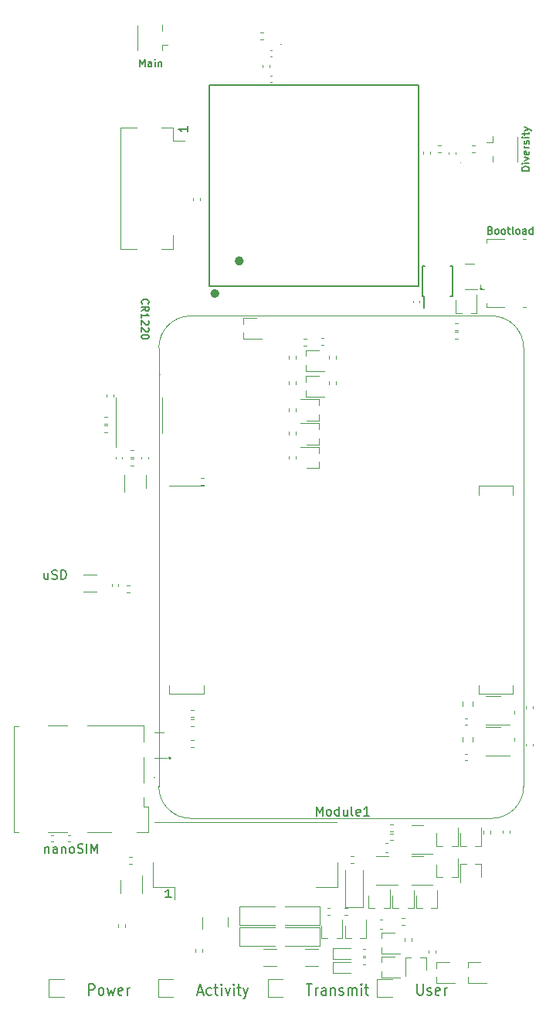
<source format=gto>
%TF.GenerationSoftware,KiCad,Pcbnew,7.99.0-1.20230926git54171ec.fc37*%
%TF.CreationDate,2023-10-10T15:30:00+01:00*%
%TF.ProjectId,bugg-main-r5,62756767-2d6d-4616-996e-2d72352e6b69,rev?*%
%TF.SameCoordinates,Original*%
%TF.FileFunction,Legend,Top*%
%TF.FilePolarity,Positive*%
%FSLAX46Y46*%
G04 Gerber Fmt 4.6, Leading zero omitted, Abs format (unit mm)*
G04 Created by KiCad (PCBNEW 7.99.0-1.20230926git54171ec.fc37) date 2023-10-10 15:30:00*
%MOMM*%
%LPD*%
G01*
G04 APERTURE LIST*
%ADD10C,0.475000*%
%ADD11C,0.200000*%
%ADD12C,0.150000*%
%ADD13C,0.120000*%
%ADD14C,0.127000*%
%ADD15C,0.508000*%
%ADD16C,0.100000*%
G04 APERTURE END LIST*
D10*
X-6612500Y29950000D02*
G75*
G02*
X-6612500Y29950000I-237500J0D01*
G01*
D11*
X-11700000Y-20900000D02*
G75*
G02*
X-11700000Y-20900000I-100000J0D01*
G01*
X22450000Y30450000D02*
G75*
G02*
X22450000Y30450000I-100000J0D01*
G01*
X15343482Y-45644742D02*
X15343482Y-46616171D01*
X15343482Y-46616171D02*
X15395863Y-46730457D01*
X15395863Y-46730457D02*
X15448244Y-46787600D01*
X15448244Y-46787600D02*
X15553006Y-46844742D01*
X15553006Y-46844742D02*
X15762530Y-46844742D01*
X15762530Y-46844742D02*
X15867292Y-46787600D01*
X15867292Y-46787600D02*
X15919673Y-46730457D01*
X15919673Y-46730457D02*
X15972054Y-46616171D01*
X15972054Y-46616171D02*
X15972054Y-45644742D01*
X16443482Y-46787600D02*
X16548244Y-46844742D01*
X16548244Y-46844742D02*
X16757768Y-46844742D01*
X16757768Y-46844742D02*
X16862530Y-46787600D01*
X16862530Y-46787600D02*
X16914911Y-46673314D01*
X16914911Y-46673314D02*
X16914911Y-46616171D01*
X16914911Y-46616171D02*
X16862530Y-46501885D01*
X16862530Y-46501885D02*
X16757768Y-46444742D01*
X16757768Y-46444742D02*
X16600625Y-46444742D01*
X16600625Y-46444742D02*
X16495863Y-46387600D01*
X16495863Y-46387600D02*
X16443482Y-46273314D01*
X16443482Y-46273314D02*
X16443482Y-46216171D01*
X16443482Y-46216171D02*
X16495863Y-46101885D01*
X16495863Y-46101885D02*
X16600625Y-46044742D01*
X16600625Y-46044742D02*
X16757768Y-46044742D01*
X16757768Y-46044742D02*
X16862530Y-46101885D01*
X17805387Y-46787600D02*
X17700625Y-46844742D01*
X17700625Y-46844742D02*
X17491101Y-46844742D01*
X17491101Y-46844742D02*
X17386339Y-46787600D01*
X17386339Y-46787600D02*
X17333958Y-46673314D01*
X17333958Y-46673314D02*
X17333958Y-46216171D01*
X17333958Y-46216171D02*
X17386339Y-46101885D01*
X17386339Y-46101885D02*
X17491101Y-46044742D01*
X17491101Y-46044742D02*
X17700625Y-46044742D01*
X17700625Y-46044742D02*
X17805387Y-46101885D01*
X17805387Y-46101885D02*
X17857768Y-46216171D01*
X17857768Y-46216171D02*
X17857768Y-46330457D01*
X17857768Y-46330457D02*
X17333958Y-46444742D01*
X18329196Y-46844742D02*
X18329196Y-46044742D01*
X18329196Y-46273314D02*
X18381577Y-46159028D01*
X18381577Y-46159028D02*
X18433958Y-46101885D01*
X18433958Y-46101885D02*
X18538720Y-46044742D01*
X18538720Y-46044742D02*
X18643482Y-46044742D01*
X-8708898Y-46501885D02*
X-8185088Y-46501885D01*
X-8813660Y-46844742D02*
X-8446993Y-45644742D01*
X-8446993Y-45644742D02*
X-8080326Y-46844742D01*
X-7242231Y-46787600D02*
X-7346993Y-46844742D01*
X-7346993Y-46844742D02*
X-7556517Y-46844742D01*
X-7556517Y-46844742D02*
X-7661279Y-46787600D01*
X-7661279Y-46787600D02*
X-7713660Y-46730457D01*
X-7713660Y-46730457D02*
X-7766041Y-46616171D01*
X-7766041Y-46616171D02*
X-7766041Y-46273314D01*
X-7766041Y-46273314D02*
X-7713660Y-46159028D01*
X-7713660Y-46159028D02*
X-7661279Y-46101885D01*
X-7661279Y-46101885D02*
X-7556517Y-46044742D01*
X-7556517Y-46044742D02*
X-7346993Y-46044742D01*
X-7346993Y-46044742D02*
X-7242231Y-46101885D01*
X-6927946Y-46044742D02*
X-6508898Y-46044742D01*
X-6770803Y-45644742D02*
X-6770803Y-46673314D01*
X-6770803Y-46673314D02*
X-6718422Y-46787600D01*
X-6718422Y-46787600D02*
X-6613660Y-46844742D01*
X-6613660Y-46844742D02*
X-6508898Y-46844742D01*
X-6142232Y-46844742D02*
X-6142232Y-46044742D01*
X-6142232Y-45644742D02*
X-6194613Y-45701885D01*
X-6194613Y-45701885D02*
X-6142232Y-45759028D01*
X-6142232Y-45759028D02*
X-6089851Y-45701885D01*
X-6089851Y-45701885D02*
X-6142232Y-45644742D01*
X-6142232Y-45644742D02*
X-6142232Y-45759028D01*
X-5723184Y-46044742D02*
X-5461279Y-46844742D01*
X-5461279Y-46844742D02*
X-5199374Y-46044742D01*
X-4780327Y-46844742D02*
X-4780327Y-46044742D01*
X-4780327Y-45644742D02*
X-4832708Y-45701885D01*
X-4832708Y-45701885D02*
X-4780327Y-45759028D01*
X-4780327Y-45759028D02*
X-4727946Y-45701885D01*
X-4727946Y-45701885D02*
X-4780327Y-45644742D01*
X-4780327Y-45644742D02*
X-4780327Y-45759028D01*
X-4413660Y-46044742D02*
X-3994612Y-46044742D01*
X-4256517Y-45644742D02*
X-4256517Y-46673314D01*
X-4256517Y-46673314D02*
X-4204136Y-46787600D01*
X-4204136Y-46787600D02*
X-4099374Y-46844742D01*
X-4099374Y-46844742D02*
X-3994612Y-46844742D01*
X-3732708Y-46044742D02*
X-3470803Y-46844742D01*
X-3208898Y-46044742D02*
X-3470803Y-46844742D01*
X-3470803Y-46844742D02*
X-3575565Y-47130457D01*
X-3575565Y-47130457D02*
X-3627946Y-47187600D01*
X-3627946Y-47187600D02*
X-3732708Y-47244742D01*
D12*
X-25463220Y-30628152D02*
X-25463220Y-31294819D01*
X-25463220Y-30723390D02*
X-25415601Y-30675771D01*
X-25415601Y-30675771D02*
X-25320363Y-30628152D01*
X-25320363Y-30628152D02*
X-25177506Y-30628152D01*
X-25177506Y-30628152D02*
X-25082268Y-30675771D01*
X-25082268Y-30675771D02*
X-25034649Y-30771009D01*
X-25034649Y-30771009D02*
X-25034649Y-31294819D01*
X-24129887Y-31294819D02*
X-24129887Y-30771009D01*
X-24129887Y-30771009D02*
X-24177506Y-30675771D01*
X-24177506Y-30675771D02*
X-24272744Y-30628152D01*
X-24272744Y-30628152D02*
X-24463220Y-30628152D01*
X-24463220Y-30628152D02*
X-24558458Y-30675771D01*
X-24129887Y-31247200D02*
X-24225125Y-31294819D01*
X-24225125Y-31294819D02*
X-24463220Y-31294819D01*
X-24463220Y-31294819D02*
X-24558458Y-31247200D01*
X-24558458Y-31247200D02*
X-24606077Y-31151961D01*
X-24606077Y-31151961D02*
X-24606077Y-31056723D01*
X-24606077Y-31056723D02*
X-24558458Y-30961485D01*
X-24558458Y-30961485D02*
X-24463220Y-30913866D01*
X-24463220Y-30913866D02*
X-24225125Y-30913866D01*
X-24225125Y-30913866D02*
X-24129887Y-30866247D01*
X-23653696Y-30628152D02*
X-23653696Y-31294819D01*
X-23653696Y-30723390D02*
X-23606077Y-30675771D01*
X-23606077Y-30675771D02*
X-23510839Y-30628152D01*
X-23510839Y-30628152D02*
X-23367982Y-30628152D01*
X-23367982Y-30628152D02*
X-23272744Y-30675771D01*
X-23272744Y-30675771D02*
X-23225125Y-30771009D01*
X-23225125Y-30771009D02*
X-23225125Y-31294819D01*
X-22606077Y-31294819D02*
X-22701315Y-31247200D01*
X-22701315Y-31247200D02*
X-22748934Y-31199580D01*
X-22748934Y-31199580D02*
X-22796553Y-31104342D01*
X-22796553Y-31104342D02*
X-22796553Y-30818628D01*
X-22796553Y-30818628D02*
X-22748934Y-30723390D01*
X-22748934Y-30723390D02*
X-22701315Y-30675771D01*
X-22701315Y-30675771D02*
X-22606077Y-30628152D01*
X-22606077Y-30628152D02*
X-22463220Y-30628152D01*
X-22463220Y-30628152D02*
X-22367982Y-30675771D01*
X-22367982Y-30675771D02*
X-22320363Y-30723390D01*
X-22320363Y-30723390D02*
X-22272744Y-30818628D01*
X-22272744Y-30818628D02*
X-22272744Y-31104342D01*
X-22272744Y-31104342D02*
X-22320363Y-31199580D01*
X-22320363Y-31199580D02*
X-22367982Y-31247200D01*
X-22367982Y-31247200D02*
X-22463220Y-31294819D01*
X-22463220Y-31294819D02*
X-22606077Y-31294819D01*
X-21891791Y-31247200D02*
X-21748934Y-31294819D01*
X-21748934Y-31294819D02*
X-21510839Y-31294819D01*
X-21510839Y-31294819D02*
X-21415601Y-31247200D01*
X-21415601Y-31247200D02*
X-21367982Y-31199580D01*
X-21367982Y-31199580D02*
X-21320363Y-31104342D01*
X-21320363Y-31104342D02*
X-21320363Y-31009104D01*
X-21320363Y-31009104D02*
X-21367982Y-30913866D01*
X-21367982Y-30913866D02*
X-21415601Y-30866247D01*
X-21415601Y-30866247D02*
X-21510839Y-30818628D01*
X-21510839Y-30818628D02*
X-21701315Y-30771009D01*
X-21701315Y-30771009D02*
X-21796553Y-30723390D01*
X-21796553Y-30723390D02*
X-21844172Y-30675771D01*
X-21844172Y-30675771D02*
X-21891791Y-30580533D01*
X-21891791Y-30580533D02*
X-21891791Y-30485295D01*
X-21891791Y-30485295D02*
X-21844172Y-30390057D01*
X-21844172Y-30390057D02*
X-21796553Y-30342438D01*
X-21796553Y-30342438D02*
X-21701315Y-30294819D01*
X-21701315Y-30294819D02*
X-21463220Y-30294819D01*
X-21463220Y-30294819D02*
X-21320363Y-30342438D01*
X-20891791Y-31294819D02*
X-20891791Y-30294819D01*
X-20415601Y-31294819D02*
X-20415601Y-30294819D01*
X-20415601Y-30294819D02*
X-20082268Y-31009104D01*
X-20082268Y-31009104D02*
X-19748935Y-30294819D01*
X-19748935Y-30294819D02*
X-19748935Y-31294819D01*
X-11638220Y-36087295D02*
X-12266792Y-36087295D01*
X-11952506Y-36087295D02*
X-11952506Y-35287295D01*
X-11952506Y-35287295D02*
X-12057268Y-35401580D01*
X-12057268Y-35401580D02*
X-12162030Y-35477771D01*
X-12162030Y-35477771D02*
X-12266792Y-35515866D01*
D11*
X3186339Y-45644742D02*
X3814911Y-45644742D01*
X3500625Y-46844742D02*
X3500625Y-45644742D01*
X4181577Y-46844742D02*
X4181577Y-46044742D01*
X4181577Y-46273314D02*
X4233958Y-46159028D01*
X4233958Y-46159028D02*
X4286339Y-46101885D01*
X4286339Y-46101885D02*
X4391101Y-46044742D01*
X4391101Y-46044742D02*
X4495863Y-46044742D01*
X5333958Y-46844742D02*
X5333958Y-46216171D01*
X5333958Y-46216171D02*
X5281577Y-46101885D01*
X5281577Y-46101885D02*
X5176815Y-46044742D01*
X5176815Y-46044742D02*
X4967291Y-46044742D01*
X4967291Y-46044742D02*
X4862529Y-46101885D01*
X5333958Y-46787600D02*
X5229196Y-46844742D01*
X5229196Y-46844742D02*
X4967291Y-46844742D01*
X4967291Y-46844742D02*
X4862529Y-46787600D01*
X4862529Y-46787600D02*
X4810148Y-46673314D01*
X4810148Y-46673314D02*
X4810148Y-46559028D01*
X4810148Y-46559028D02*
X4862529Y-46444742D01*
X4862529Y-46444742D02*
X4967291Y-46387600D01*
X4967291Y-46387600D02*
X5229196Y-46387600D01*
X5229196Y-46387600D02*
X5333958Y-46330457D01*
X5857767Y-46044742D02*
X5857767Y-46844742D01*
X5857767Y-46159028D02*
X5910148Y-46101885D01*
X5910148Y-46101885D02*
X6014910Y-46044742D01*
X6014910Y-46044742D02*
X6172053Y-46044742D01*
X6172053Y-46044742D02*
X6276815Y-46101885D01*
X6276815Y-46101885D02*
X6329196Y-46216171D01*
X6329196Y-46216171D02*
X6329196Y-46844742D01*
X6800624Y-46787600D02*
X6905386Y-46844742D01*
X6905386Y-46844742D02*
X7114910Y-46844742D01*
X7114910Y-46844742D02*
X7219672Y-46787600D01*
X7219672Y-46787600D02*
X7272053Y-46673314D01*
X7272053Y-46673314D02*
X7272053Y-46616171D01*
X7272053Y-46616171D02*
X7219672Y-46501885D01*
X7219672Y-46501885D02*
X7114910Y-46444742D01*
X7114910Y-46444742D02*
X6957767Y-46444742D01*
X6957767Y-46444742D02*
X6853005Y-46387600D01*
X6853005Y-46387600D02*
X6800624Y-46273314D01*
X6800624Y-46273314D02*
X6800624Y-46216171D01*
X6800624Y-46216171D02*
X6853005Y-46101885D01*
X6853005Y-46101885D02*
X6957767Y-46044742D01*
X6957767Y-46044742D02*
X7114910Y-46044742D01*
X7114910Y-46044742D02*
X7219672Y-46101885D01*
X7743481Y-46844742D02*
X7743481Y-46044742D01*
X7743481Y-46159028D02*
X7795862Y-46101885D01*
X7795862Y-46101885D02*
X7900624Y-46044742D01*
X7900624Y-46044742D02*
X8057767Y-46044742D01*
X8057767Y-46044742D02*
X8162529Y-46101885D01*
X8162529Y-46101885D02*
X8214910Y-46216171D01*
X8214910Y-46216171D02*
X8214910Y-46844742D01*
X8214910Y-46216171D02*
X8267291Y-46101885D01*
X8267291Y-46101885D02*
X8372053Y-46044742D01*
X8372053Y-46044742D02*
X8529196Y-46044742D01*
X8529196Y-46044742D02*
X8633957Y-46101885D01*
X8633957Y-46101885D02*
X8686338Y-46216171D01*
X8686338Y-46216171D02*
X8686338Y-46844742D01*
X9210148Y-46844742D02*
X9210148Y-46044742D01*
X9210148Y-45644742D02*
X9157767Y-45701885D01*
X9157767Y-45701885D02*
X9210148Y-45759028D01*
X9210148Y-45759028D02*
X9262529Y-45701885D01*
X9262529Y-45701885D02*
X9210148Y-45644742D01*
X9210148Y-45644742D02*
X9210148Y-45759028D01*
X9576815Y-46044742D02*
X9995863Y-46044742D01*
X9733958Y-45644742D02*
X9733958Y-46673314D01*
X9733958Y-46673314D02*
X9786339Y-46787600D01*
X9786339Y-46787600D02*
X9891101Y-46844742D01*
X9891101Y-46844742D02*
X9995863Y-46844742D01*
D12*
X27594295Y43407143D02*
X26794295Y43407143D01*
X26794295Y43407143D02*
X26794295Y43597619D01*
X26794295Y43597619D02*
X26832390Y43711905D01*
X26832390Y43711905D02*
X26908580Y43788095D01*
X26908580Y43788095D02*
X26984771Y43826190D01*
X26984771Y43826190D02*
X27137152Y43864286D01*
X27137152Y43864286D02*
X27251438Y43864286D01*
X27251438Y43864286D02*
X27403819Y43826190D01*
X27403819Y43826190D02*
X27480009Y43788095D01*
X27480009Y43788095D02*
X27556200Y43711905D01*
X27556200Y43711905D02*
X27594295Y43597619D01*
X27594295Y43597619D02*
X27594295Y43407143D01*
X27594295Y44207143D02*
X27060961Y44207143D01*
X26794295Y44207143D02*
X26832390Y44169047D01*
X26832390Y44169047D02*
X26870485Y44207143D01*
X26870485Y44207143D02*
X26832390Y44245238D01*
X26832390Y44245238D02*
X26794295Y44207143D01*
X26794295Y44207143D02*
X26870485Y44207143D01*
X27060961Y44511904D02*
X27594295Y44702380D01*
X27594295Y44702380D02*
X27060961Y44892857D01*
X27556200Y45502381D02*
X27594295Y45426190D01*
X27594295Y45426190D02*
X27594295Y45273809D01*
X27594295Y45273809D02*
X27556200Y45197619D01*
X27556200Y45197619D02*
X27480009Y45159523D01*
X27480009Y45159523D02*
X27175247Y45159523D01*
X27175247Y45159523D02*
X27099057Y45197619D01*
X27099057Y45197619D02*
X27060961Y45273809D01*
X27060961Y45273809D02*
X27060961Y45426190D01*
X27060961Y45426190D02*
X27099057Y45502381D01*
X27099057Y45502381D02*
X27175247Y45540476D01*
X27175247Y45540476D02*
X27251438Y45540476D01*
X27251438Y45540476D02*
X27327628Y45159523D01*
X27594295Y45883333D02*
X27060961Y45883333D01*
X27213342Y45883333D02*
X27137152Y45921428D01*
X27137152Y45921428D02*
X27099057Y45959523D01*
X27099057Y45959523D02*
X27060961Y46035714D01*
X27060961Y46035714D02*
X27060961Y46111904D01*
X27556200Y46340475D02*
X27594295Y46416666D01*
X27594295Y46416666D02*
X27594295Y46569047D01*
X27594295Y46569047D02*
X27556200Y46645237D01*
X27556200Y46645237D02*
X27480009Y46683333D01*
X27480009Y46683333D02*
X27441914Y46683333D01*
X27441914Y46683333D02*
X27365723Y46645237D01*
X27365723Y46645237D02*
X27327628Y46569047D01*
X27327628Y46569047D02*
X27327628Y46454761D01*
X27327628Y46454761D02*
X27289533Y46378571D01*
X27289533Y46378571D02*
X27213342Y46340475D01*
X27213342Y46340475D02*
X27175247Y46340475D01*
X27175247Y46340475D02*
X27099057Y46378571D01*
X27099057Y46378571D02*
X27060961Y46454761D01*
X27060961Y46454761D02*
X27060961Y46569047D01*
X27060961Y46569047D02*
X27099057Y46645237D01*
X27594295Y47026190D02*
X27060961Y47026190D01*
X26794295Y47026190D02*
X26832390Y46988094D01*
X26832390Y46988094D02*
X26870485Y47026190D01*
X26870485Y47026190D02*
X26832390Y47064285D01*
X26832390Y47064285D02*
X26794295Y47026190D01*
X26794295Y47026190D02*
X26870485Y47026190D01*
X27060961Y47292856D02*
X27060961Y47597618D01*
X26794295Y47407142D02*
X27480009Y47407142D01*
X27480009Y47407142D02*
X27556200Y47445237D01*
X27556200Y47445237D02*
X27594295Y47521427D01*
X27594295Y47521427D02*
X27594295Y47597618D01*
X27060961Y47788094D02*
X27594295Y47978570D01*
X27060961Y48169047D02*
X27594295Y47978570D01*
X27594295Y47978570D02*
X27784771Y47902380D01*
X27784771Y47902380D02*
X27822866Y47864285D01*
X27822866Y47864285D02*
X27860961Y47788094D01*
X-25134649Y-653152D02*
X-25134649Y-1319819D01*
X-25563220Y-653152D02*
X-25563220Y-1176961D01*
X-25563220Y-1176961D02*
X-25515601Y-1272200D01*
X-25515601Y-1272200D02*
X-25420363Y-1319819D01*
X-25420363Y-1319819D02*
X-25277506Y-1319819D01*
X-25277506Y-1319819D02*
X-25182268Y-1272200D01*
X-25182268Y-1272200D02*
X-25134649Y-1224580D01*
X-24706077Y-1272200D02*
X-24563220Y-1319819D01*
X-24563220Y-1319819D02*
X-24325125Y-1319819D01*
X-24325125Y-1319819D02*
X-24229887Y-1272200D01*
X-24229887Y-1272200D02*
X-24182268Y-1224580D01*
X-24182268Y-1224580D02*
X-24134649Y-1129342D01*
X-24134649Y-1129342D02*
X-24134649Y-1034104D01*
X-24134649Y-1034104D02*
X-24182268Y-938866D01*
X-24182268Y-938866D02*
X-24229887Y-891247D01*
X-24229887Y-891247D02*
X-24325125Y-843628D01*
X-24325125Y-843628D02*
X-24515601Y-796009D01*
X-24515601Y-796009D02*
X-24610839Y-748390D01*
X-24610839Y-748390D02*
X-24658458Y-700771D01*
X-24658458Y-700771D02*
X-24706077Y-605533D01*
X-24706077Y-605533D02*
X-24706077Y-510295D01*
X-24706077Y-510295D02*
X-24658458Y-415057D01*
X-24658458Y-415057D02*
X-24610839Y-367438D01*
X-24610839Y-367438D02*
X-24515601Y-319819D01*
X-24515601Y-319819D02*
X-24277506Y-319819D01*
X-24277506Y-319819D02*
X-24134649Y-367438D01*
X-23706077Y-1319819D02*
X-23706077Y-319819D01*
X-23706077Y-319819D02*
X-23467982Y-319819D01*
X-23467982Y-319819D02*
X-23325125Y-367438D01*
X-23325125Y-367438D02*
X-23229887Y-462676D01*
X-23229887Y-462676D02*
X-23182268Y-557914D01*
X-23182268Y-557914D02*
X-23134649Y-748390D01*
X-23134649Y-748390D02*
X-23134649Y-891247D01*
X-23134649Y-891247D02*
X-23182268Y-1081723D01*
X-23182268Y-1081723D02*
X-23229887Y-1176961D01*
X-23229887Y-1176961D02*
X-23325125Y-1272200D01*
X-23325125Y-1272200D02*
X-23467982Y-1319819D01*
X-23467982Y-1319819D02*
X-23706077Y-1319819D01*
D11*
X-20656517Y-46844742D02*
X-20656517Y-45644742D01*
X-20656517Y-45644742D02*
X-20237469Y-45644742D01*
X-20237469Y-45644742D02*
X-20132707Y-45701885D01*
X-20132707Y-45701885D02*
X-20080326Y-45759028D01*
X-20080326Y-45759028D02*
X-20027945Y-45873314D01*
X-20027945Y-45873314D02*
X-20027945Y-46044742D01*
X-20027945Y-46044742D02*
X-20080326Y-46159028D01*
X-20080326Y-46159028D02*
X-20132707Y-46216171D01*
X-20132707Y-46216171D02*
X-20237469Y-46273314D01*
X-20237469Y-46273314D02*
X-20656517Y-46273314D01*
X-19399374Y-46844742D02*
X-19504136Y-46787600D01*
X-19504136Y-46787600D02*
X-19556517Y-46730457D01*
X-19556517Y-46730457D02*
X-19608898Y-46616171D01*
X-19608898Y-46616171D02*
X-19608898Y-46273314D01*
X-19608898Y-46273314D02*
X-19556517Y-46159028D01*
X-19556517Y-46159028D02*
X-19504136Y-46101885D01*
X-19504136Y-46101885D02*
X-19399374Y-46044742D01*
X-19399374Y-46044742D02*
X-19242231Y-46044742D01*
X-19242231Y-46044742D02*
X-19137469Y-46101885D01*
X-19137469Y-46101885D02*
X-19085088Y-46159028D01*
X-19085088Y-46159028D02*
X-19032707Y-46273314D01*
X-19032707Y-46273314D02*
X-19032707Y-46616171D01*
X-19032707Y-46616171D02*
X-19085088Y-46730457D01*
X-19085088Y-46730457D02*
X-19137469Y-46787600D01*
X-19137469Y-46787600D02*
X-19242231Y-46844742D01*
X-19242231Y-46844742D02*
X-19399374Y-46844742D01*
X-18666041Y-46044742D02*
X-18456517Y-46844742D01*
X-18456517Y-46844742D02*
X-18246993Y-46273314D01*
X-18246993Y-46273314D02*
X-18037469Y-46844742D01*
X-18037469Y-46844742D02*
X-17827945Y-46044742D01*
X-16989850Y-46787600D02*
X-17094612Y-46844742D01*
X-17094612Y-46844742D02*
X-17304136Y-46844742D01*
X-17304136Y-46844742D02*
X-17408898Y-46787600D01*
X-17408898Y-46787600D02*
X-17461279Y-46673314D01*
X-17461279Y-46673314D02*
X-17461279Y-46216171D01*
X-17461279Y-46216171D02*
X-17408898Y-46101885D01*
X-17408898Y-46101885D02*
X-17304136Y-46044742D01*
X-17304136Y-46044742D02*
X-17094612Y-46044742D01*
X-17094612Y-46044742D02*
X-16989850Y-46101885D01*
X-16989850Y-46101885D02*
X-16937469Y-46216171D01*
X-16937469Y-46216171D02*
X-16937469Y-46330457D01*
X-16937469Y-46330457D02*
X-17461279Y-46444742D01*
X-16466041Y-46844742D02*
X-16466041Y-46044742D01*
X-16466041Y-46273314D02*
X-16413660Y-46159028D01*
X-16413660Y-46159028D02*
X-16361279Y-46101885D01*
X-16361279Y-46101885D02*
X-16256517Y-46044742D01*
X-16256517Y-46044742D02*
X-16151755Y-46044742D01*
D12*
X-15060839Y54805704D02*
X-15060839Y55605704D01*
X-15060839Y55605704D02*
X-14794173Y55034276D01*
X-14794173Y55034276D02*
X-14527506Y55605704D01*
X-14527506Y55605704D02*
X-14527506Y54805704D01*
X-13803696Y54805704D02*
X-13803696Y55224752D01*
X-13803696Y55224752D02*
X-13841791Y55300942D01*
X-13841791Y55300942D02*
X-13917982Y55339038D01*
X-13917982Y55339038D02*
X-14070363Y55339038D01*
X-14070363Y55339038D02*
X-14146553Y55300942D01*
X-13803696Y54843800D02*
X-13879887Y54805704D01*
X-13879887Y54805704D02*
X-14070363Y54805704D01*
X-14070363Y54805704D02*
X-14146553Y54843800D01*
X-14146553Y54843800D02*
X-14184649Y54919990D01*
X-14184649Y54919990D02*
X-14184649Y54996180D01*
X-14184649Y54996180D02*
X-14146553Y55072371D01*
X-14146553Y55072371D02*
X-14070363Y55110466D01*
X-14070363Y55110466D02*
X-13879887Y55110466D01*
X-13879887Y55110466D02*
X-13803696Y55148561D01*
X-13422743Y54805704D02*
X-13422743Y55339038D01*
X-13422743Y55605704D02*
X-13460839Y55567609D01*
X-13460839Y55567609D02*
X-13422743Y55529514D01*
X-13422743Y55529514D02*
X-13384648Y55567609D01*
X-13384648Y55567609D02*
X-13422743Y55605704D01*
X-13422743Y55605704D02*
X-13422743Y55529514D01*
X-13041791Y55339038D02*
X-13041791Y54805704D01*
X-13041791Y55262847D02*
X-13003696Y55300942D01*
X-13003696Y55300942D02*
X-12927506Y55339038D01*
X-12927506Y55339038D02*
X-12813220Y55339038D01*
X-12813220Y55339038D02*
X-12737029Y55300942D01*
X-12737029Y55300942D02*
X-12698934Y55224752D01*
X-12698934Y55224752D02*
X-12698934Y54805704D01*
X23355826Y36874752D02*
X23470112Y36836657D01*
X23470112Y36836657D02*
X23508207Y36798561D01*
X23508207Y36798561D02*
X23546303Y36722371D01*
X23546303Y36722371D02*
X23546303Y36608085D01*
X23546303Y36608085D02*
X23508207Y36531895D01*
X23508207Y36531895D02*
X23470112Y36493800D01*
X23470112Y36493800D02*
X23393922Y36455704D01*
X23393922Y36455704D02*
X23089160Y36455704D01*
X23089160Y36455704D02*
X23089160Y37255704D01*
X23089160Y37255704D02*
X23355826Y37255704D01*
X23355826Y37255704D02*
X23432017Y37217609D01*
X23432017Y37217609D02*
X23470112Y37179514D01*
X23470112Y37179514D02*
X23508207Y37103323D01*
X23508207Y37103323D02*
X23508207Y37027133D01*
X23508207Y37027133D02*
X23470112Y36950942D01*
X23470112Y36950942D02*
X23432017Y36912847D01*
X23432017Y36912847D02*
X23355826Y36874752D01*
X23355826Y36874752D02*
X23089160Y36874752D01*
X24003445Y36455704D02*
X23927255Y36493800D01*
X23927255Y36493800D02*
X23889160Y36531895D01*
X23889160Y36531895D02*
X23851064Y36608085D01*
X23851064Y36608085D02*
X23851064Y36836657D01*
X23851064Y36836657D02*
X23889160Y36912847D01*
X23889160Y36912847D02*
X23927255Y36950942D01*
X23927255Y36950942D02*
X24003445Y36989038D01*
X24003445Y36989038D02*
X24117731Y36989038D01*
X24117731Y36989038D02*
X24193922Y36950942D01*
X24193922Y36950942D02*
X24232017Y36912847D01*
X24232017Y36912847D02*
X24270112Y36836657D01*
X24270112Y36836657D02*
X24270112Y36608085D01*
X24270112Y36608085D02*
X24232017Y36531895D01*
X24232017Y36531895D02*
X24193922Y36493800D01*
X24193922Y36493800D02*
X24117731Y36455704D01*
X24117731Y36455704D02*
X24003445Y36455704D01*
X24727255Y36455704D02*
X24651065Y36493800D01*
X24651065Y36493800D02*
X24612970Y36531895D01*
X24612970Y36531895D02*
X24574874Y36608085D01*
X24574874Y36608085D02*
X24574874Y36836657D01*
X24574874Y36836657D02*
X24612970Y36912847D01*
X24612970Y36912847D02*
X24651065Y36950942D01*
X24651065Y36950942D02*
X24727255Y36989038D01*
X24727255Y36989038D02*
X24841541Y36989038D01*
X24841541Y36989038D02*
X24917732Y36950942D01*
X24917732Y36950942D02*
X24955827Y36912847D01*
X24955827Y36912847D02*
X24993922Y36836657D01*
X24993922Y36836657D02*
X24993922Y36608085D01*
X24993922Y36608085D02*
X24955827Y36531895D01*
X24955827Y36531895D02*
X24917732Y36493800D01*
X24917732Y36493800D02*
X24841541Y36455704D01*
X24841541Y36455704D02*
X24727255Y36455704D01*
X25222494Y36989038D02*
X25527256Y36989038D01*
X25336780Y37255704D02*
X25336780Y36569990D01*
X25336780Y36569990D02*
X25374875Y36493800D01*
X25374875Y36493800D02*
X25451065Y36455704D01*
X25451065Y36455704D02*
X25527256Y36455704D01*
X25908208Y36455704D02*
X25832018Y36493800D01*
X25832018Y36493800D02*
X25793923Y36569990D01*
X25793923Y36569990D02*
X25793923Y37255704D01*
X26327256Y36455704D02*
X26251066Y36493800D01*
X26251066Y36493800D02*
X26212971Y36531895D01*
X26212971Y36531895D02*
X26174875Y36608085D01*
X26174875Y36608085D02*
X26174875Y36836657D01*
X26174875Y36836657D02*
X26212971Y36912847D01*
X26212971Y36912847D02*
X26251066Y36950942D01*
X26251066Y36950942D02*
X26327256Y36989038D01*
X26327256Y36989038D02*
X26441542Y36989038D01*
X26441542Y36989038D02*
X26517733Y36950942D01*
X26517733Y36950942D02*
X26555828Y36912847D01*
X26555828Y36912847D02*
X26593923Y36836657D01*
X26593923Y36836657D02*
X26593923Y36608085D01*
X26593923Y36608085D02*
X26555828Y36531895D01*
X26555828Y36531895D02*
X26517733Y36493800D01*
X26517733Y36493800D02*
X26441542Y36455704D01*
X26441542Y36455704D02*
X26327256Y36455704D01*
X27279638Y36455704D02*
X27279638Y36874752D01*
X27279638Y36874752D02*
X27241543Y36950942D01*
X27241543Y36950942D02*
X27165352Y36989038D01*
X27165352Y36989038D02*
X27012971Y36989038D01*
X27012971Y36989038D02*
X26936781Y36950942D01*
X27279638Y36493800D02*
X27203447Y36455704D01*
X27203447Y36455704D02*
X27012971Y36455704D01*
X27012971Y36455704D02*
X26936781Y36493800D01*
X26936781Y36493800D02*
X26898685Y36569990D01*
X26898685Y36569990D02*
X26898685Y36646180D01*
X26898685Y36646180D02*
X26936781Y36722371D01*
X26936781Y36722371D02*
X27012971Y36760466D01*
X27012971Y36760466D02*
X27203447Y36760466D01*
X27203447Y36760466D02*
X27279638Y36798561D01*
X28003448Y36455704D02*
X28003448Y37255704D01*
X28003448Y36493800D02*
X27927257Y36455704D01*
X27927257Y36455704D02*
X27774876Y36455704D01*
X27774876Y36455704D02*
X27698686Y36493800D01*
X27698686Y36493800D02*
X27660591Y36531895D01*
X27660591Y36531895D02*
X27622495Y36608085D01*
X27622495Y36608085D02*
X27622495Y36836657D01*
X27622495Y36836657D02*
X27660591Y36912847D01*
X27660591Y36912847D02*
X27698686Y36950942D01*
X27698686Y36950942D02*
X27774876Y36989038D01*
X27774876Y36989038D02*
X27927257Y36989038D01*
X27927257Y36989038D02*
X28003448Y36950942D01*
X-9830180Y48260588D02*
X-9830180Y47689160D01*
X-9830180Y47974874D02*
X-10830180Y47974874D01*
X-10830180Y47974874D02*
X-10687323Y47879636D01*
X-10687323Y47879636D02*
X-10592085Y47784398D01*
X-10592085Y47784398D02*
X-10544466Y47689160D01*
X-14818104Y28851190D02*
X-14856200Y28889286D01*
X-14856200Y28889286D02*
X-14894295Y29003571D01*
X-14894295Y29003571D02*
X-14894295Y29079762D01*
X-14894295Y29079762D02*
X-14856200Y29194048D01*
X-14856200Y29194048D02*
X-14780009Y29270238D01*
X-14780009Y29270238D02*
X-14703819Y29308333D01*
X-14703819Y29308333D02*
X-14551438Y29346429D01*
X-14551438Y29346429D02*
X-14437152Y29346429D01*
X-14437152Y29346429D02*
X-14284771Y29308333D01*
X-14284771Y29308333D02*
X-14208580Y29270238D01*
X-14208580Y29270238D02*
X-14132390Y29194048D01*
X-14132390Y29194048D02*
X-14094295Y29079762D01*
X-14094295Y29079762D02*
X-14094295Y29003571D01*
X-14094295Y29003571D02*
X-14132390Y28889286D01*
X-14132390Y28889286D02*
X-14170485Y28851190D01*
X-14894295Y28051190D02*
X-14513342Y28317857D01*
X-14894295Y28508333D02*
X-14094295Y28508333D01*
X-14094295Y28508333D02*
X-14094295Y28203571D01*
X-14094295Y28203571D02*
X-14132390Y28127381D01*
X-14132390Y28127381D02*
X-14170485Y28089286D01*
X-14170485Y28089286D02*
X-14246676Y28051190D01*
X-14246676Y28051190D02*
X-14360961Y28051190D01*
X-14360961Y28051190D02*
X-14437152Y28089286D01*
X-14437152Y28089286D02*
X-14475247Y28127381D01*
X-14475247Y28127381D02*
X-14513342Y28203571D01*
X-14513342Y28203571D02*
X-14513342Y28508333D01*
X-14894295Y27289286D02*
X-14894295Y27746429D01*
X-14894295Y27517857D02*
X-14094295Y27517857D01*
X-14094295Y27517857D02*
X-14208580Y27594048D01*
X-14208580Y27594048D02*
X-14284771Y27670238D01*
X-14284771Y27670238D02*
X-14322866Y27746429D01*
X-14170485Y26984524D02*
X-14132390Y26946428D01*
X-14132390Y26946428D02*
X-14094295Y26870238D01*
X-14094295Y26870238D02*
X-14094295Y26679762D01*
X-14094295Y26679762D02*
X-14132390Y26603571D01*
X-14132390Y26603571D02*
X-14170485Y26565476D01*
X-14170485Y26565476D02*
X-14246676Y26527381D01*
X-14246676Y26527381D02*
X-14322866Y26527381D01*
X-14322866Y26527381D02*
X-14437152Y26565476D01*
X-14437152Y26565476D02*
X-14894295Y27022619D01*
X-14894295Y27022619D02*
X-14894295Y26527381D01*
X-14170485Y26222619D02*
X-14132390Y26184523D01*
X-14132390Y26184523D02*
X-14094295Y26108333D01*
X-14094295Y26108333D02*
X-14094295Y25917857D01*
X-14094295Y25917857D02*
X-14132390Y25841666D01*
X-14132390Y25841666D02*
X-14170485Y25803571D01*
X-14170485Y25803571D02*
X-14246676Y25765476D01*
X-14246676Y25765476D02*
X-14322866Y25765476D01*
X-14322866Y25765476D02*
X-14437152Y25803571D01*
X-14437152Y25803571D02*
X-14894295Y26260714D01*
X-14894295Y26260714D02*
X-14894295Y25765476D01*
X-14094295Y25270237D02*
X-14094295Y25194047D01*
X-14094295Y25194047D02*
X-14132390Y25117856D01*
X-14132390Y25117856D02*
X-14170485Y25079761D01*
X-14170485Y25079761D02*
X-14246676Y25041666D01*
X-14246676Y25041666D02*
X-14399057Y25003571D01*
X-14399057Y25003571D02*
X-14589533Y25003571D01*
X-14589533Y25003571D02*
X-14741914Y25041666D01*
X-14741914Y25041666D02*
X-14818104Y25079761D01*
X-14818104Y25079761D02*
X-14856200Y25117856D01*
X-14856200Y25117856D02*
X-14894295Y25194047D01*
X-14894295Y25194047D02*
X-14894295Y25270237D01*
X-14894295Y25270237D02*
X-14856200Y25346428D01*
X-14856200Y25346428D02*
X-14818104Y25384523D01*
X-14818104Y25384523D02*
X-14741914Y25422618D01*
X-14741914Y25422618D02*
X-14589533Y25460714D01*
X-14589533Y25460714D02*
X-14399057Y25460714D01*
X-14399057Y25460714D02*
X-14246676Y25422618D01*
X-14246676Y25422618D02*
X-14170485Y25384523D01*
X-14170485Y25384523D02*
X-14132390Y25346428D01*
X-14132390Y25346428D02*
X-14094295Y25270237D01*
X4292857Y-27204819D02*
X4292857Y-26204819D01*
X4292857Y-26204819D02*
X4626190Y-26919104D01*
X4626190Y-26919104D02*
X4959523Y-26204819D01*
X4959523Y-26204819D02*
X4959523Y-27204819D01*
X5578571Y-27204819D02*
X5483333Y-27157200D01*
X5483333Y-27157200D02*
X5435714Y-27109580D01*
X5435714Y-27109580D02*
X5388095Y-27014342D01*
X5388095Y-27014342D02*
X5388095Y-26728628D01*
X5388095Y-26728628D02*
X5435714Y-26633390D01*
X5435714Y-26633390D02*
X5483333Y-26585771D01*
X5483333Y-26585771D02*
X5578571Y-26538152D01*
X5578571Y-26538152D02*
X5721428Y-26538152D01*
X5721428Y-26538152D02*
X5816666Y-26585771D01*
X5816666Y-26585771D02*
X5864285Y-26633390D01*
X5864285Y-26633390D02*
X5911904Y-26728628D01*
X5911904Y-26728628D02*
X5911904Y-27014342D01*
X5911904Y-27014342D02*
X5864285Y-27109580D01*
X5864285Y-27109580D02*
X5816666Y-27157200D01*
X5816666Y-27157200D02*
X5721428Y-27204819D01*
X5721428Y-27204819D02*
X5578571Y-27204819D01*
X6769047Y-27204819D02*
X6769047Y-26204819D01*
X6769047Y-27157200D02*
X6673809Y-27204819D01*
X6673809Y-27204819D02*
X6483333Y-27204819D01*
X6483333Y-27204819D02*
X6388095Y-27157200D01*
X6388095Y-27157200D02*
X6340476Y-27109580D01*
X6340476Y-27109580D02*
X6292857Y-27014342D01*
X6292857Y-27014342D02*
X6292857Y-26728628D01*
X6292857Y-26728628D02*
X6340476Y-26633390D01*
X6340476Y-26633390D02*
X6388095Y-26585771D01*
X6388095Y-26585771D02*
X6483333Y-26538152D01*
X6483333Y-26538152D02*
X6673809Y-26538152D01*
X6673809Y-26538152D02*
X6769047Y-26585771D01*
X7673809Y-26538152D02*
X7673809Y-27204819D01*
X7245238Y-26538152D02*
X7245238Y-27061961D01*
X7245238Y-27061961D02*
X7292857Y-27157200D01*
X7292857Y-27157200D02*
X7388095Y-27204819D01*
X7388095Y-27204819D02*
X7530952Y-27204819D01*
X7530952Y-27204819D02*
X7626190Y-27157200D01*
X7626190Y-27157200D02*
X7673809Y-27109580D01*
X8292857Y-27204819D02*
X8197619Y-27157200D01*
X8197619Y-27157200D02*
X8150000Y-27061961D01*
X8150000Y-27061961D02*
X8150000Y-26204819D01*
X9054762Y-27157200D02*
X8959524Y-27204819D01*
X8959524Y-27204819D02*
X8769048Y-27204819D01*
X8769048Y-27204819D02*
X8673810Y-27157200D01*
X8673810Y-27157200D02*
X8626191Y-27061961D01*
X8626191Y-27061961D02*
X8626191Y-26681009D01*
X8626191Y-26681009D02*
X8673810Y-26585771D01*
X8673810Y-26585771D02*
X8769048Y-26538152D01*
X8769048Y-26538152D02*
X8959524Y-26538152D01*
X8959524Y-26538152D02*
X9054762Y-26585771D01*
X9054762Y-26585771D02*
X9102381Y-26681009D01*
X9102381Y-26681009D02*
X9102381Y-26776247D01*
X9102381Y-26776247D02*
X8626191Y-26871485D01*
X10054762Y-27204819D02*
X9483334Y-27204819D01*
X9769048Y-27204819D02*
X9769048Y-26204819D01*
X9769048Y-26204819D02*
X9673810Y-26347676D01*
X9673810Y-26347676D02*
X9578572Y-26442914D01*
X9578572Y-26442914D02*
X9483334Y-26490533D01*
D13*
%TO.C,U29*%
X23650000Y-17515000D02*
X22850000Y-17515000D01*
X23650000Y-17515000D02*
X24450000Y-17515000D01*
X23650000Y-20635000D02*
X22850000Y-20635000D01*
X23650000Y-20635000D02*
X25450000Y-20635000D01*
%TO.C,J15*%
X22260000Y30890000D02*
X22260000Y30440000D01*
X22710000Y30440000D02*
X22260000Y30440000D01*
X22940000Y35960000D02*
X22940000Y35540000D01*
X22940000Y28440000D02*
X22940000Y28860000D01*
X24920000Y35960000D02*
X22940000Y35960000D01*
X24920000Y28440000D02*
X22940000Y28440000D01*
X26890000Y35960000D02*
X27290000Y35960000D01*
X27290000Y28440000D02*
X26890000Y28440000D01*
%TO.C,D27*%
X6065936Y-41715000D02*
X6065936Y-42915000D01*
X8025936Y-41715000D02*
X6065936Y-41715000D01*
X8025936Y-42915000D02*
X6065936Y-42915000D01*
%TO.C,D1*%
X-13050000Y-45140000D02*
X-13050000Y-47060000D01*
X-13050000Y-47060000D02*
X-11407500Y-47060000D01*
X-11407500Y-45140000D02*
X-13050000Y-45140000D01*
%TO.C,Q11*%
X3120000Y20300000D02*
X3120000Y20960000D01*
X3120000Y18640000D02*
X3120000Y19300000D01*
X3120000Y18640000D02*
X5150000Y18640000D01*
X4530000Y20960000D02*
X3120000Y20960000D01*
%TO.C,R44*%
X1270000Y22796359D02*
X1270000Y23103641D01*
X2030000Y22796359D02*
X2030000Y23103641D01*
%TO.C,J10*%
X-13610000Y-32360000D02*
X-13610000Y-35010000D01*
X-13610000Y-35010000D02*
X-11260000Y-35010000D01*
X-13500000Y-27940000D02*
X6500000Y-27940000D01*
X-11260000Y-35010000D02*
X-11260000Y-36400000D01*
X6610000Y-32360000D02*
X6610000Y-35010000D01*
X6610000Y-35010000D02*
X4260000Y-35010000D01*
%TO.C,C36*%
X-14910000Y11867164D02*
X-14910000Y12082836D01*
X-14190000Y11867164D02*
X-14190000Y12082836D01*
%TO.C,Q25*%
X11505000Y-31640936D02*
X10855000Y-31640936D01*
X11505000Y-31640936D02*
X12155000Y-31640936D01*
X11505000Y-34760936D02*
X10855000Y-34760936D01*
X11505000Y-34760936D02*
X13180000Y-34760936D01*
%TO.C,Q9*%
X3120000Y23100000D02*
X3120000Y23760000D01*
X3120000Y21440000D02*
X3120000Y22100000D01*
X3120000Y21440000D02*
X5150000Y21440000D01*
X4530000Y23760000D02*
X3120000Y23760000D01*
%TO.C,R43*%
X5670000Y22796359D02*
X5670000Y23103641D01*
X6430000Y22796359D02*
X6430000Y23103641D01*
%TO.C,U13*%
X-17710000Y16600000D02*
X-17710000Y18550000D01*
X-17710000Y16600000D02*
X-17710000Y13150000D01*
X-12590000Y16600000D02*
X-12590000Y18550000D01*
X-12590000Y16600000D02*
X-12590000Y14650000D01*
%TO.C,FB3*%
X25940000Y-18712221D02*
X25940000Y-19037779D01*
X26960000Y-18712221D02*
X26960000Y-19037779D01*
%TO.C,R45*%
X17903641Y46180000D02*
X17596359Y46180000D01*
X17903641Y45420000D02*
X17596359Y45420000D01*
%TO.C,Q4*%
X19540000Y29230000D02*
X19540000Y27820000D01*
X20200000Y27820000D02*
X19540000Y27820000D01*
X21860000Y27820000D02*
X21200000Y27820000D01*
X21860000Y27820000D02*
X21860000Y29850000D01*
%TO.C,U8*%
X-13454000Y-18107200D02*
X-12454000Y-18107200D01*
X-13454000Y-20907200D02*
X-12154000Y-20907200D01*
%TO.C,R65*%
X8354577Y-31645936D02*
X8047295Y-31645936D01*
X8354577Y-32405936D02*
X8047295Y-32405936D01*
%TO.C,Q21*%
X11445000Y-40649064D02*
X11445000Y-39989064D01*
X11445000Y-42309064D02*
X11445000Y-41649064D01*
X11445000Y-42309064D02*
X13475000Y-42309064D01*
X12855000Y-39989064D02*
X11445000Y-39989064D01*
%TO.C,R20*%
X-1580000Y55013641D02*
X-1580000Y54706359D01*
X-820000Y55013641D02*
X-820000Y54706359D01*
%TO.C,R104*%
X20332500Y-18617742D02*
X20332500Y-19092258D01*
X21377500Y-18617742D02*
X21377500Y-19092258D01*
%TO.C,R81*%
X22620000Y-28886359D02*
X22620000Y-29193641D01*
X23380000Y-28886359D02*
X23380000Y-29193641D01*
%TO.C,C83*%
X11234420Y-38590936D02*
X11515580Y-38590936D01*
X11234420Y-39610936D02*
X11515580Y-39610936D01*
%TO.C,R40*%
X5103641Y25080000D02*
X4796359Y25080000D01*
X5103641Y24320000D02*
X4796359Y24320000D01*
%TO.C,J12*%
X-15355000Y56600000D02*
X-15355000Y59300000D01*
X-12635000Y59350000D02*
X-12635000Y58710000D01*
X-12635000Y57190000D02*
X-12005000Y57190000D01*
X-12635000Y56550000D02*
X-12635000Y57190000D01*
%TO.C,C97*%
X27290000Y-19337164D02*
X27290000Y-19552836D01*
X28010000Y-19337164D02*
X28010000Y-19552836D01*
%TO.C,R85*%
X9370423Y-41770000D02*
X9677705Y-41770000D01*
X9370423Y-42530000D02*
X9677705Y-42530000D01*
%TO.C,R38*%
X1270000Y14803641D02*
X1270000Y14496359D01*
X2030000Y14803641D02*
X2030000Y14496359D01*
%TO.C,R22*%
X-9453641Y-15670000D02*
X-9146359Y-15670000D01*
X-9453641Y-16430000D02*
X-9146359Y-16430000D01*
%TO.C,C28*%
X-24567164Y-29315000D02*
X-24782836Y-29315000D01*
X-24567164Y-30035000D02*
X-24782836Y-30035000D01*
%TO.C,R41*%
X21653641Y46180000D02*
X21346359Y46180000D01*
X21653641Y45420000D02*
X21346359Y45420000D01*
%TO.C,R23*%
X-9196359Y-18920000D02*
X-9503641Y-18920000D01*
X-9196359Y-19680000D02*
X-9503641Y-19680000D01*
%TO.C,U36*%
X15355000Y-28240936D02*
X14705000Y-28240936D01*
X15355000Y-28240936D02*
X16005000Y-28240936D01*
X15355000Y-31360936D02*
X14705000Y-31360936D01*
X15355000Y-31360936D02*
X17030000Y-31360936D01*
%TO.C,D3*%
X-1050000Y-45140000D02*
X-1050000Y-47060000D01*
X-1050000Y-47060000D02*
X592500Y-47060000D01*
X592500Y-45140000D02*
X-1050000Y-45140000D01*
D14*
%TO.C,U7*%
X-7500000Y52800000D02*
X-7500000Y30800000D01*
X-7500000Y30800000D02*
X15500000Y30800000D01*
X15500000Y52800000D02*
X-7500000Y52800000D01*
X15500000Y30800000D02*
X15500000Y52800000D01*
D15*
X-3926000Y33520000D02*
G75*
G02*
X-3926000Y33520000I-254000J0D01*
G01*
D12*
%TO.C,U15*%
X15875000Y32975000D02*
X16175000Y32975000D01*
X15875000Y29625000D02*
X15875000Y32975000D01*
X15875000Y29625000D02*
X16100000Y29625000D01*
X16100000Y29625000D02*
X16100000Y28400000D01*
X19225000Y32975000D02*
X18925000Y32975000D01*
X19225000Y29625000D02*
X18925000Y29625000D01*
X19225000Y29625000D02*
X19225000Y32975000D01*
D13*
%TO.C,Q19*%
X14015936Y-42695000D02*
X14015936Y-44725000D01*
X14015936Y-42695000D02*
X14675936Y-42695000D01*
X15675936Y-42695000D02*
X16335936Y-42695000D01*
X16335936Y-44105000D02*
X16335936Y-42695000D01*
%TO.C,D23*%
X4660000Y-39450000D02*
X800000Y-39450000D01*
X4660000Y-41450000D02*
X800000Y-41450000D01*
X4660000Y-41450000D02*
X4660000Y-39450000D01*
%TO.C,Q22*%
X20040000Y-32494064D02*
X20040000Y-34524064D01*
X20040000Y-32494064D02*
X20700000Y-32494064D01*
X21700000Y-32494064D02*
X22360000Y-32494064D01*
X22360000Y-33904064D02*
X22360000Y-32494064D01*
%TO.C,D22*%
X-4160000Y-39450000D02*
X-4160000Y-41450000D01*
X-4160000Y-39450000D02*
X-300000Y-39450000D01*
X-4160000Y-41450000D02*
X-300000Y-41450000D01*
%TO.C,R33*%
X1270000Y17353641D02*
X1270000Y17046359D01*
X2030000Y17353641D02*
X2030000Y17046359D01*
%TO.C,R80*%
X24700936Y-28830423D02*
X24700936Y-29137705D01*
X25460936Y-28830423D02*
X25460936Y-29137705D01*
%TO.C,D24*%
X4660000Y-37150000D02*
X800000Y-37150000D01*
X4660000Y-39150000D02*
X800000Y-39150000D01*
X4660000Y-39150000D02*
X4660000Y-37150000D01*
%TO.C,R37*%
X1270000Y12153641D02*
X1270000Y11846359D01*
X2030000Y12153641D02*
X2030000Y11846359D01*
%TO.C,Q17*%
X20870000Y-43874064D02*
X20870000Y-43214064D01*
X20870000Y-45534064D02*
X20870000Y-44874064D01*
X20870000Y-45534064D02*
X22900000Y-45534064D01*
X22280000Y-43214064D02*
X20870000Y-43214064D01*
%TO.C,C20*%
X-807836Y53820000D02*
X-592164Y53820000D01*
X-807836Y53100000D02*
X-592164Y53100000D01*
%TO.C,R2*%
X-18646359Y15480000D02*
X-18953641Y15480000D01*
X-18646359Y14720000D02*
X-18953641Y14720000D01*
%TO.C,R5*%
X-17430000Y-39096359D02*
X-17430000Y-39403641D01*
X-16670000Y-39096359D02*
X-16670000Y-39403641D01*
%TO.C,D21*%
X-4160000Y-37150000D02*
X-4160000Y-39150000D01*
X-4160000Y-37150000D02*
X-300000Y-37150000D01*
X-4160000Y-39150000D02*
X-300000Y-39150000D01*
%TO.C,Module1*%
X-13000000Y24000000D02*
X-13000000Y-24000000D01*
X-11850000Y8900000D02*
X-8070000Y8900000D01*
X-11850000Y-13900000D02*
X-11850000Y-12900000D01*
X-11850000Y-13900000D02*
X-8070000Y-13900000D01*
X-9500000Y-27500000D02*
X23500000Y-27500000D01*
X-8070000Y-13900000D02*
X-8070000Y-12900000D01*
X22070000Y8900000D02*
X22070000Y7900000D01*
X22070000Y8900000D02*
X25850000Y8900000D01*
X22070000Y-13900000D02*
X22070000Y-12900000D01*
X22070000Y-13900000D02*
X25850000Y-13900000D01*
X23500000Y27500000D02*
X-9500000Y27500000D01*
X25850000Y8900000D02*
X25850000Y7900000D01*
X25850000Y-13900000D02*
X25850000Y-12900000D01*
X27000000Y-24000000D02*
X27000000Y24000000D01*
X-13000000Y24000000D02*
G75*
G02*
X-9500000Y27500000I3499999J1D01*
G01*
X-9500000Y-27500000D02*
G75*
G02*
X-13000000Y-24000000I-1J3499999D01*
G01*
X23500000Y27500000D02*
G75*
G02*
X27000000Y24000000I0J-3500000D01*
G01*
X27000000Y-24000000D02*
G75*
G02*
X23500000Y-27500000I-3500000J0D01*
G01*
%TO.C,R4*%
X-16253641Y-31720000D02*
X-15946359Y-31720000D01*
X-16253641Y-32480000D02*
X-15946359Y-32480000D01*
%TO.C,Q24*%
X17440000Y-32544064D02*
X17440000Y-33954064D01*
X18100000Y-33954064D02*
X17440000Y-33954064D01*
X19760000Y-33954064D02*
X19100000Y-33954064D01*
X19760000Y-33954064D02*
X19760000Y-31924064D01*
%TO.C,R68*%
X13646359Y-38445936D02*
X13953641Y-38445936D01*
X13646359Y-39205936D02*
X13953641Y-39205936D01*
%TO.C,R21*%
X-9453641Y-16620000D02*
X-9146359Y-16620000D01*
X-9453641Y-17380000D02*
X-9146359Y-17380000D01*
%TO.C,R3*%
X-8403641Y9780000D02*
X-8096359Y9780000D01*
X-8403641Y9020000D02*
X-8096359Y9020000D01*
%TO.C,C30*%
X-18135000Y-2082836D02*
X-18135000Y-1867164D01*
X-17415000Y-2082836D02*
X-17415000Y-1867164D01*
%TO.C,R72*%
X7346359Y-37320936D02*
X7653641Y-37320936D01*
X7346359Y-38080936D02*
X7653641Y-38080936D01*
%TO.C,C21*%
X-9210000Y40192164D02*
X-9210000Y40407836D01*
X-8490000Y40192164D02*
X-8490000Y40407836D01*
%TO.C,Q8*%
X-3730000Y26650000D02*
X-3730000Y27310000D01*
X-3730000Y24990000D02*
X-3730000Y25650000D01*
X-3730000Y24990000D02*
X-1700000Y24990000D01*
X-2320000Y27310000D02*
X-3730000Y27310000D01*
%TO.C,C100*%
X20782836Y-16540000D02*
X20567164Y-16540000D01*
X20782836Y-17260000D02*
X20567164Y-17260000D01*
%TO.C,C84*%
X11809420Y-30239064D02*
X12090580Y-30239064D01*
X11809420Y-31259064D02*
X12090580Y-31259064D01*
%TO.C,J13*%
X-28920500Y-17380000D02*
X-28920500Y-28994500D01*
X-28920500Y-17380000D02*
X-28412500Y-17380000D01*
X-28412500Y-28994500D02*
X-28920500Y-28994500D01*
X-25174000Y-17374000D02*
X-23078500Y-17374000D01*
X-23078500Y-28994500D02*
X-25174000Y-28994500D01*
X-20835000Y-17374000D02*
X-14635000Y-17374000D01*
X-18189000Y-28994500D02*
X-20835000Y-28994500D01*
X-14635000Y-17374000D02*
X-14635000Y-19152000D01*
X-14635000Y-25248000D02*
X-14635000Y-26200500D01*
X-14633000Y-20803000D02*
X-14635000Y-23597000D01*
X-14188500Y-26200500D02*
X-14633000Y-26200500D01*
X-14188500Y-26200500D02*
X-14188500Y-28994500D01*
X-14188500Y-28994500D02*
X-15458500Y-28994500D01*
%TO.C,U14*%
X-16760000Y10100000D02*
X-16760000Y8200000D01*
X-14440000Y8700000D02*
X-14440000Y10100000D01*
%TO.C,C35*%
X-17710000Y12082836D02*
X-17710000Y11867164D01*
X-16990000Y12082836D02*
X-16990000Y11867164D01*
%TO.C,U30*%
X23650000Y-14115000D02*
X22850000Y-14115000D01*
X23650000Y-14115000D02*
X24450000Y-14115000D01*
X23650000Y-17235000D02*
X22850000Y-17235000D01*
X23650000Y-17235000D02*
X25450000Y-17235000D01*
%TO.C,Q29*%
X15355000Y-31640936D02*
X14705000Y-31640936D01*
X15355000Y-31640936D02*
X16005000Y-31640936D01*
X15355000Y-34760936D02*
X14705000Y-34760936D01*
X15355000Y-34760936D02*
X17030000Y-34760936D01*
%TO.C,Q18*%
X17470000Y-43875936D02*
X17470000Y-43215936D01*
X17470000Y-45535936D02*
X17470000Y-44875936D01*
X17470000Y-45535936D02*
X19500000Y-45535936D01*
X18880000Y-43215936D02*
X17470000Y-43215936D01*
%TO.C,R84*%
X9370423Y-42770000D02*
X9677705Y-42770000D01*
X9370423Y-43530000D02*
X9677705Y-43530000D01*
%TO.C,R34*%
X-8980000Y-41796359D02*
X-8980000Y-42103641D01*
X-8220000Y-41796359D02*
X-8220000Y-42103641D01*
%TO.C,R105*%
X20342500Y-14717742D02*
X20342500Y-15192258D01*
X21387500Y-14717742D02*
X21387500Y-15192258D01*
%TO.C,C19*%
X-592164Y56620000D02*
X-807836Y56620000D01*
X-592164Y55900000D02*
X-807836Y55900000D01*
%TO.C,Q16*%
X12615000Y-35945936D02*
X12615000Y-37355936D01*
X13275000Y-37355936D02*
X12615000Y-37355936D01*
X14935000Y-37355936D02*
X14275000Y-37355936D01*
X14935000Y-37355936D02*
X14935000Y-35325936D01*
%TO.C,C99*%
X27290000Y-15432836D02*
X27290000Y-15217164D01*
X28010000Y-15432836D02*
X28010000Y-15217164D01*
D16*
%TO.C,D6*%
X-13425000Y-23040000D02*
G75*
G02*
X-13425000Y-23040000I-50000J0D01*
G01*
%TO.C,D20*%
X-12860000Y21050000D02*
G75*
G02*
X-12860000Y21050000I-50000J0D01*
G01*
D13*
%TO.C,D7*%
X10950000Y-45140000D02*
X10950000Y-47060000D01*
X10950000Y-47060000D02*
X12592500Y-47060000D01*
X12592500Y-45140000D02*
X10950000Y-45140000D01*
%TO.C,Q14*%
X10015000Y-35944064D02*
X10015000Y-37354064D01*
X10675000Y-37354064D02*
X10015000Y-37354064D01*
X12335000Y-37354064D02*
X11675000Y-37354064D01*
X12335000Y-37354064D02*
X12335000Y-35324064D01*
%TO.C,R39*%
X2896359Y25030000D02*
X3203641Y25030000D01*
X2896359Y24270000D02*
X3203641Y24270000D01*
D16*
%TO.C,D25*%
X20150000Y44235000D02*
G75*
G02*
X20150000Y44235000I-50000J0D01*
G01*
D13*
%TO.C,Q30*%
X17439064Y-29130000D02*
X17439064Y-30540000D01*
X18099064Y-30540000D02*
X17439064Y-30540000D01*
X19759064Y-30540000D02*
X19099064Y-30540000D01*
X19759064Y-30540000D02*
X19759064Y-28510000D01*
%TO.C,D15*%
X7424064Y-37210000D02*
X7424064Y-33200000D01*
X7424064Y-37210000D02*
X9424064Y-37210000D01*
X9424064Y-37210000D02*
X9424064Y-33200000D01*
%TO.C,J16*%
X-17200000Y48150000D02*
X-17200000Y34850000D01*
X-17200000Y34850000D02*
X-15460000Y34850000D01*
X-15460000Y48150000D02*
X-17200000Y48150000D01*
X-11400000Y48150000D02*
X-12740000Y48150000D01*
X-11400000Y46660000D02*
X-11400000Y48150000D01*
X-11400000Y46660000D02*
X-10200000Y46660000D01*
X-11400000Y36340000D02*
X-11400000Y34850000D01*
X-11400000Y34850000D02*
X-12740000Y34850000D01*
%TO.C,R24*%
X-16196359Y-2020000D02*
X-16503641Y-2020000D01*
X-16196359Y-2780000D02*
X-16503641Y-2780000D01*
%TO.C,R67*%
X-1527064Y-41815000D02*
X-72936Y-41815000D01*
X-1527064Y-43635000D02*
X-72936Y-43635000D01*
%TO.C,R42*%
X5670000Y20046359D02*
X5670000Y20353641D01*
X6430000Y20046359D02*
X6430000Y20353641D01*
%TO.C,Q12*%
X4814064Y-39220000D02*
X4814064Y-40630000D01*
X5474064Y-40630000D02*
X4814064Y-40630000D01*
X7134064Y-40630000D02*
X6474064Y-40630000D01*
X7134064Y-40630000D02*
X7134064Y-38600000D01*
%TO.C,Q20*%
X11445000Y-43274064D02*
X11445000Y-42614064D01*
X11445000Y-44934064D02*
X11445000Y-44274064D01*
X11445000Y-44934064D02*
X13475000Y-44934064D01*
X12855000Y-42614064D02*
X11445000Y-42614064D01*
%TO.C,R31*%
X19471359Y26730000D02*
X19778641Y26730000D01*
X19471359Y25970000D02*
X19778641Y25970000D01*
%TO.C,R86*%
X12346359Y-28195000D02*
X12653641Y-28195000D01*
X12346359Y-28955000D02*
X12653641Y-28955000D01*
%TO.C,R66*%
X3047936Y-41815000D02*
X4502064Y-41815000D01*
X3047936Y-43635000D02*
X4502064Y-43635000D01*
%TO.C,C98*%
X20782836Y-20440000D02*
X20567164Y-20440000D01*
X20782836Y-21160000D02*
X20567164Y-21160000D01*
%TO.C,R64*%
X5471359Y-37319064D02*
X5778641Y-37319064D01*
X5471359Y-38079064D02*
X5778641Y-38079064D01*
%TO.C,R19*%
X-1853641Y58540000D02*
X-1546359Y58540000D01*
X-1853641Y57780000D02*
X-1546359Y57780000D01*
%TO.C,R46*%
X1270000Y19996359D02*
X1270000Y20303641D01*
X2030000Y19996359D02*
X2030000Y20303641D01*
%TO.C,C29*%
X-19838748Y-840000D02*
X-21261252Y-840000D01*
X-19838748Y-2660000D02*
X-21261252Y-2660000D01*
%TO.C,Q15*%
X15215000Y-35945936D02*
X15215000Y-37355936D01*
X15875000Y-37355936D02*
X15215000Y-37355936D01*
X17535000Y-37355936D02*
X16875000Y-37355936D01*
X17535000Y-37355936D02*
X17535000Y-35325936D01*
%TO.C,U2*%
X-8200000Y-38335000D02*
X-8200000Y-39635000D01*
X-5400000Y-38335000D02*
X-5400000Y-39335000D01*
%TO.C,FB4*%
X25940000Y-16062779D02*
X25940000Y-15737221D01*
X26960000Y-16062779D02*
X26960000Y-15737221D01*
%TO.C,Q13*%
X7414064Y-39220000D02*
X7414064Y-40630000D01*
X8074064Y-40630000D02*
X7414064Y-40630000D01*
X9734064Y-40630000D02*
X9074064Y-40630000D01*
X9734064Y-40630000D02*
X9734064Y-38600000D01*
%TO.C,C51*%
X18790000Y45217164D02*
X18790000Y45432836D01*
X19510000Y45217164D02*
X19510000Y45432836D01*
%TO.C,R30*%
X-16103641Y11855000D02*
X-15796359Y11855000D01*
X-16103641Y11095000D02*
X-15796359Y11095000D01*
%TO.C,R29*%
X-16103641Y12805000D02*
X-15796359Y12805000D01*
X-16103641Y12045000D02*
X-15796359Y12045000D01*
%TO.C,R99*%
X12346359Y-29145000D02*
X12653641Y-29145000D01*
X12346359Y-29905000D02*
X12653641Y-29905000D01*
%TO.C,Q7*%
X3170000Y13440000D02*
X4580000Y13440000D01*
X4580000Y15760000D02*
X2550000Y15760000D01*
X4580000Y15760000D02*
X4580000Y15100000D01*
X4580000Y14100000D02*
X4580000Y13440000D01*
%TO.C,C26*%
X-22957836Y-29315000D02*
X-22742164Y-29315000D01*
X-22957836Y-30035000D02*
X-22742164Y-30035000D01*
D16*
%TO.C,D9*%
X440000Y57200000D02*
G75*
G02*
X440000Y57200000I-50000J0D01*
G01*
D13*
%TO.C,R1*%
X-18646359Y16430000D02*
X-18953641Y16430000D01*
X-18646359Y15670000D02*
X-18953641Y15670000D01*
%TO.C,R32*%
X19471359Y25780000D02*
X19778641Y25780000D01*
X19471359Y25020000D02*
X19778641Y25020000D01*
%TO.C,Q6*%
X3170000Y10840000D02*
X4580000Y10840000D01*
X4580000Y13160000D02*
X2550000Y13160000D01*
X4580000Y13160000D02*
X4580000Y12500000D01*
X4580000Y11500000D02*
X4580000Y10840000D01*
%TO.C,R82*%
X13994064Y-40928641D02*
X13994064Y-40621359D01*
X14754064Y-40928641D02*
X14754064Y-40621359D01*
%TO.C,D26*%
X6080000Y-43199064D02*
X6080000Y-44399064D01*
X8040000Y-43199064D02*
X6080000Y-43199064D01*
X8040000Y-44399064D02*
X6080000Y-44399064D01*
%TO.C,Q23*%
X20040000Y-29120936D02*
X20040000Y-30530936D01*
X20700000Y-30530936D02*
X20040000Y-30530936D01*
X22360000Y-30530936D02*
X21700000Y-30530936D01*
X22360000Y-30530936D02*
X22360000Y-28500936D01*
%TO.C,D2*%
X-25050000Y-45140000D02*
X-25050000Y-47060000D01*
X-25050000Y-47060000D02*
X-23407500Y-47060000D01*
X-23407500Y-45140000D02*
X-25050000Y-45140000D01*
%TO.C,C34*%
X-18710000Y18907836D02*
X-18710000Y18692164D01*
X-17990000Y18907836D02*
X-17990000Y18692164D01*
%TO.C,Q5*%
X3170000Y16040000D02*
X4580000Y16040000D01*
X4580000Y18360000D02*
X2550000Y18360000D01*
X4580000Y18360000D02*
X4580000Y17700000D01*
X4580000Y16700000D02*
X4580000Y16040000D01*
%TO.C,J17*%
X23590000Y47175000D02*
X23590000Y46535000D01*
X23590000Y46535000D02*
X22960000Y46535000D01*
X23590000Y44375000D02*
X23590000Y45015000D01*
X26310000Y47125000D02*
X26310000Y44425000D01*
%TO.C,R79*%
X16595000Y-42254577D02*
X16595000Y-41947295D01*
X17355000Y-42254577D02*
X17355000Y-41947295D01*
%TO.C,C61*%
X15990000Y45457836D02*
X15990000Y45242164D01*
X16710000Y45457836D02*
X16710000Y45242164D01*
%TO.C,U1*%
X-17160000Y-34300000D02*
X-17160000Y-35700000D01*
X-14840000Y-35700000D02*
X-14840000Y-33800000D01*
%TO.C,C37*%
X14865000Y29182836D02*
X14865000Y28967164D01*
X15585000Y29182836D02*
X15585000Y28967164D01*
%TO.C,U16*%
X20600000Y33250000D02*
X21600000Y33250000D01*
X20600000Y30450000D02*
X21900000Y30450000D01*
%TD*%
M02*

</source>
